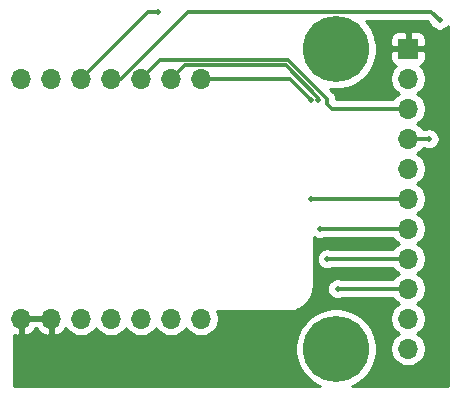
<source format=gbr>
G04 #@! TF.GenerationSoftware,KiCad,Pcbnew,(5.1.12)-1*
G04 #@! TF.CreationDate,2022-02-08T10:42:59-06:00*
G04 #@! TF.ProjectId,laser_mount_board,6c617365-725f-46d6-9f75-6e745f626f61,4.2*
G04 #@! TF.SameCoordinates,Original*
G04 #@! TF.FileFunction,Copper,L1,Top*
G04 #@! TF.FilePolarity,Positive*
%FSLAX46Y46*%
G04 Gerber Fmt 4.6, Leading zero omitted, Abs format (unit mm)*
G04 Created by KiCad (PCBNEW (5.1.12)-1) date 2022-02-08 10:42:59*
%MOMM*%
%LPD*%
G01*
G04 APERTURE LIST*
G04 #@! TA.AperFunction,ComponentPad*
%ADD10C,5.600000*%
G04 #@! TD*
G04 #@! TA.AperFunction,ComponentPad*
%ADD11O,1.700000X1.700000*%
G04 #@! TD*
G04 #@! TA.AperFunction,ComponentPad*
%ADD12R,1.700000X1.700000*%
G04 #@! TD*
G04 #@! TA.AperFunction,ViaPad*
%ADD13C,0.508000*%
G04 #@! TD*
G04 #@! TA.AperFunction,Conductor*
%ADD14C,0.304800*%
G04 #@! TD*
G04 #@! TA.AperFunction,Conductor*
%ADD15C,0.254000*%
G04 #@! TD*
G04 #@! TA.AperFunction,Conductor*
%ADD16C,0.100000*%
G04 #@! TD*
G04 APERTURE END LIST*
D10*
X145796000Y-88900000D03*
X145796000Y-114300000D03*
D11*
X151892000Y-114300000D03*
X151892000Y-111760000D03*
X151892000Y-109220000D03*
X151892000Y-106680000D03*
X151892000Y-104140000D03*
X151892000Y-101600000D03*
X151892000Y-99060000D03*
X151892000Y-96520000D03*
X151892000Y-93980000D03*
X151892000Y-91440000D03*
D12*
X151892000Y-88900000D03*
D11*
X134366000Y-91440000D03*
X131826000Y-91440000D03*
X129286000Y-91440000D03*
X126746000Y-91440000D03*
X124206000Y-91440000D03*
X121666000Y-91440000D03*
X119126000Y-91440000D03*
X119126000Y-111760000D03*
X121666000Y-111760000D03*
X124206000Y-111760000D03*
X126746000Y-111760000D03*
X129286000Y-111760000D03*
X131826000Y-111760000D03*
X134366000Y-111760000D03*
D13*
X145923000Y-109220000D03*
X145034000Y-106680000D03*
X144297403Y-93218000D03*
X144399000Y-104140000D03*
X143637000Y-93218000D03*
X143675100Y-101600000D03*
X130681695Y-85795199D03*
X154559000Y-86487000D03*
X153670000Y-96520000D03*
D14*
X145923000Y-109220000D02*
X151892000Y-109220000D01*
X145034000Y-106680000D02*
X151892000Y-106680000D01*
X144297403Y-93051377D02*
X144297403Y-93218000D01*
X141531225Y-90285199D02*
X144297403Y-93051377D01*
X131826000Y-91440000D02*
X132980801Y-90285199D01*
X132980801Y-90285199D02*
X141531225Y-90285199D01*
X144399000Y-104140000D02*
X151892000Y-104140000D01*
X134366000Y-91440000D02*
X141859000Y-91440000D01*
X141859000Y-91440000D02*
X143637000Y-93218000D01*
X143675100Y-101600000D02*
X151892000Y-101600000D01*
X129850801Y-85795199D02*
X130681695Y-85795199D01*
X124206000Y-91440000D02*
X129850801Y-85795199D01*
X127576894Y-91440000D02*
X133221695Y-85795199D01*
X133221695Y-85795199D02*
X151035841Y-85795199D01*
X126746000Y-91440000D02*
X127576894Y-91440000D01*
X151035841Y-85795199D02*
X153867199Y-85795199D01*
X153867199Y-85795199D02*
X154559000Y-86487000D01*
X153670000Y-96520000D02*
X151892000Y-96520000D01*
X145034000Y-93141382D02*
X145034000Y-93218000D01*
X141720608Y-89827990D02*
X145034000Y-93141382D01*
X129286000Y-91440000D02*
X130898010Y-89827990D01*
X130898010Y-89827990D02*
X141720608Y-89827990D01*
X150689919Y-93980000D02*
X151892000Y-93980000D01*
X145436790Y-93980000D02*
X150689919Y-93980000D01*
X145034000Y-93577210D02*
X145436790Y-93980000D01*
X145034000Y-93218000D02*
X145034000Y-93577210D01*
D15*
X153704016Y-86745567D02*
X153704164Y-86746312D01*
X153771179Y-86908099D01*
X153868469Y-87053704D01*
X153992296Y-87177531D01*
X154137901Y-87274821D01*
X154299688Y-87341836D01*
X154471441Y-87376000D01*
X154646559Y-87376000D01*
X154818312Y-87341836D01*
X154980099Y-87274821D01*
X155125704Y-87177531D01*
X155249531Y-87053704D01*
X155308300Y-86965750D01*
X155308301Y-117462300D01*
X147137618Y-117462300D01*
X147423082Y-117344057D01*
X147985685Y-116968138D01*
X148464138Y-116489685D01*
X148840057Y-115927082D01*
X149098994Y-115301952D01*
X149231000Y-114638318D01*
X149231000Y-113961682D01*
X149098994Y-113298048D01*
X148840057Y-112672918D01*
X148464138Y-112110315D01*
X147985685Y-111631862D01*
X147423082Y-111255943D01*
X146797952Y-110997006D01*
X146134318Y-110865000D01*
X145457682Y-110865000D01*
X144794048Y-110997006D01*
X144168918Y-111255943D01*
X143606315Y-111631862D01*
X143127862Y-112110315D01*
X142751943Y-112672918D01*
X142493006Y-113298048D01*
X142361000Y-113961682D01*
X142361000Y-114638318D01*
X142493006Y-115301952D01*
X142751943Y-115927082D01*
X143127862Y-116489685D01*
X143606315Y-116968138D01*
X144168918Y-117344057D01*
X144454382Y-117462300D01*
X118503702Y-117462300D01*
X118503702Y-113100526D01*
X118621901Y-113156825D01*
X118769110Y-113201476D01*
X118999000Y-113080155D01*
X118999000Y-111887000D01*
X119253000Y-111887000D01*
X119253000Y-113080155D01*
X119482890Y-113201476D01*
X119630099Y-113156825D01*
X119892920Y-113031641D01*
X120126269Y-112857588D01*
X120321178Y-112641355D01*
X120396000Y-112515745D01*
X120470822Y-112641355D01*
X120665731Y-112857588D01*
X120899080Y-113031641D01*
X121161901Y-113156825D01*
X121309110Y-113201476D01*
X121539000Y-113080155D01*
X121539000Y-111887000D01*
X119253000Y-111887000D01*
X118999000Y-111887000D01*
X118979000Y-111887000D01*
X118979000Y-111633000D01*
X118999000Y-111633000D01*
X118999000Y-111613000D01*
X119253000Y-111613000D01*
X119253000Y-111633000D01*
X121539000Y-111633000D01*
X121539000Y-111613000D01*
X121793000Y-111613000D01*
X121793000Y-111633000D01*
X121813000Y-111633000D01*
X121813000Y-111887000D01*
X121793000Y-111887000D01*
X121793000Y-113080155D01*
X122022890Y-113201476D01*
X122170099Y-113156825D01*
X122432920Y-113031641D01*
X122666269Y-112857588D01*
X122861178Y-112641355D01*
X122930805Y-112524466D01*
X123052525Y-112706632D01*
X123259368Y-112913475D01*
X123502589Y-113075990D01*
X123772842Y-113187932D01*
X124059740Y-113245000D01*
X124352260Y-113245000D01*
X124639158Y-113187932D01*
X124909411Y-113075990D01*
X125152632Y-112913475D01*
X125359475Y-112706632D01*
X125476000Y-112532240D01*
X125592525Y-112706632D01*
X125799368Y-112913475D01*
X126042589Y-113075990D01*
X126312842Y-113187932D01*
X126599740Y-113245000D01*
X126892260Y-113245000D01*
X127179158Y-113187932D01*
X127449411Y-113075990D01*
X127692632Y-112913475D01*
X127899475Y-112706632D01*
X128016000Y-112532240D01*
X128132525Y-112706632D01*
X128339368Y-112913475D01*
X128582589Y-113075990D01*
X128852842Y-113187932D01*
X129139740Y-113245000D01*
X129432260Y-113245000D01*
X129719158Y-113187932D01*
X129989411Y-113075990D01*
X130232632Y-112913475D01*
X130439475Y-112706632D01*
X130556000Y-112532240D01*
X130672525Y-112706632D01*
X130879368Y-112913475D01*
X131122589Y-113075990D01*
X131392842Y-113187932D01*
X131679740Y-113245000D01*
X131972260Y-113245000D01*
X132259158Y-113187932D01*
X132529411Y-113075990D01*
X132772632Y-112913475D01*
X132979475Y-112706632D01*
X133096000Y-112532240D01*
X133212525Y-112706632D01*
X133419368Y-112913475D01*
X133662589Y-113075990D01*
X133932842Y-113187932D01*
X134219740Y-113245000D01*
X134512260Y-113245000D01*
X134799158Y-113187932D01*
X135069411Y-113075990D01*
X135312632Y-112913475D01*
X135519475Y-112706632D01*
X135681990Y-112463411D01*
X135793932Y-112193158D01*
X135851000Y-111906260D01*
X135851000Y-111613740D01*
X135793932Y-111326842D01*
X135715587Y-111137700D01*
X141763810Y-111137700D01*
X141791920Y-111134931D01*
X141801342Y-111134997D01*
X141810343Y-111134115D01*
X142106146Y-111103025D01*
X142163667Y-111091218D01*
X142221318Y-111080220D01*
X142229970Y-111077608D01*
X142229974Y-111077607D01*
X142229977Y-111077606D01*
X142514107Y-110989652D01*
X142568251Y-110966892D01*
X142622652Y-110944913D01*
X142630629Y-110940671D01*
X142630639Y-110940667D01*
X142630647Y-110940662D01*
X142892272Y-110799202D01*
X142940979Y-110766349D01*
X142990061Y-110734231D01*
X142997059Y-110728523D01*
X142997071Y-110728515D01*
X142997080Y-110728506D01*
X143226245Y-110538926D01*
X143267630Y-110497252D01*
X143309555Y-110456196D01*
X143315314Y-110449234D01*
X143315318Y-110449230D01*
X143315321Y-110449226D01*
X143503305Y-110218734D01*
X143535791Y-110169839D01*
X143568958Y-110121400D01*
X143573259Y-110113445D01*
X143712895Y-109850827D01*
X143735293Y-109796486D01*
X143758390Y-109742597D01*
X143761065Y-109733958D01*
X143847033Y-109449220D01*
X143858438Y-109391623D01*
X143870641Y-109334210D01*
X143871586Y-109325217D01*
X143900610Y-109029204D01*
X143900610Y-109029171D01*
X143903699Y-108997809D01*
X143903700Y-104878241D01*
X143977901Y-104927821D01*
X144139688Y-104994836D01*
X144311441Y-105029000D01*
X144486559Y-105029000D01*
X144658312Y-104994836D01*
X144820099Y-104927821D01*
X144820729Y-104927400D01*
X150632130Y-104927400D01*
X150738525Y-105086632D01*
X150945368Y-105293475D01*
X151119760Y-105410000D01*
X150945368Y-105526525D01*
X150738525Y-105733368D01*
X150632130Y-105892600D01*
X145455729Y-105892600D01*
X145455099Y-105892179D01*
X145293312Y-105825164D01*
X145121559Y-105791000D01*
X144946441Y-105791000D01*
X144774688Y-105825164D01*
X144612901Y-105892179D01*
X144467296Y-105989469D01*
X144343469Y-106113296D01*
X144246179Y-106258901D01*
X144179164Y-106420688D01*
X144145000Y-106592441D01*
X144145000Y-106767559D01*
X144179164Y-106939312D01*
X144246179Y-107101099D01*
X144343469Y-107246704D01*
X144467296Y-107370531D01*
X144612901Y-107467821D01*
X144774688Y-107534836D01*
X144946441Y-107569000D01*
X145121559Y-107569000D01*
X145293312Y-107534836D01*
X145455099Y-107467821D01*
X145455729Y-107467400D01*
X150632130Y-107467400D01*
X150738525Y-107626632D01*
X150945368Y-107833475D01*
X151119760Y-107950000D01*
X150945368Y-108066525D01*
X150738525Y-108273368D01*
X150632130Y-108432600D01*
X146344729Y-108432600D01*
X146344099Y-108432179D01*
X146182312Y-108365164D01*
X146010559Y-108331000D01*
X145835441Y-108331000D01*
X145663688Y-108365164D01*
X145501901Y-108432179D01*
X145356296Y-108529469D01*
X145232469Y-108653296D01*
X145135179Y-108798901D01*
X145068164Y-108960688D01*
X145034000Y-109132441D01*
X145034000Y-109307559D01*
X145068164Y-109479312D01*
X145135179Y-109641099D01*
X145232469Y-109786704D01*
X145356296Y-109910531D01*
X145501901Y-110007821D01*
X145663688Y-110074836D01*
X145835441Y-110109000D01*
X146010559Y-110109000D01*
X146182312Y-110074836D01*
X146344099Y-110007821D01*
X146344729Y-110007400D01*
X150632130Y-110007400D01*
X150738525Y-110166632D01*
X150945368Y-110373475D01*
X151119760Y-110490000D01*
X150945368Y-110606525D01*
X150738525Y-110813368D01*
X150576010Y-111056589D01*
X150464068Y-111326842D01*
X150407000Y-111613740D01*
X150407000Y-111906260D01*
X150464068Y-112193158D01*
X150576010Y-112463411D01*
X150738525Y-112706632D01*
X150945368Y-112913475D01*
X151119760Y-113030000D01*
X150945368Y-113146525D01*
X150738525Y-113353368D01*
X150576010Y-113596589D01*
X150464068Y-113866842D01*
X150407000Y-114153740D01*
X150407000Y-114446260D01*
X150464068Y-114733158D01*
X150576010Y-115003411D01*
X150738525Y-115246632D01*
X150945368Y-115453475D01*
X151188589Y-115615990D01*
X151458842Y-115727932D01*
X151745740Y-115785000D01*
X152038260Y-115785000D01*
X152325158Y-115727932D01*
X152595411Y-115615990D01*
X152838632Y-115453475D01*
X153045475Y-115246632D01*
X153207990Y-115003411D01*
X153319932Y-114733158D01*
X153377000Y-114446260D01*
X153377000Y-114153740D01*
X153319932Y-113866842D01*
X153207990Y-113596589D01*
X153045475Y-113353368D01*
X152838632Y-113146525D01*
X152664240Y-113030000D01*
X152838632Y-112913475D01*
X153045475Y-112706632D01*
X153207990Y-112463411D01*
X153319932Y-112193158D01*
X153377000Y-111906260D01*
X153377000Y-111613740D01*
X153319932Y-111326842D01*
X153207990Y-111056589D01*
X153045475Y-110813368D01*
X152838632Y-110606525D01*
X152664240Y-110490000D01*
X152838632Y-110373475D01*
X153045475Y-110166632D01*
X153207990Y-109923411D01*
X153319932Y-109653158D01*
X153377000Y-109366260D01*
X153377000Y-109073740D01*
X153319932Y-108786842D01*
X153207990Y-108516589D01*
X153045475Y-108273368D01*
X152838632Y-108066525D01*
X152664240Y-107950000D01*
X152838632Y-107833475D01*
X153045475Y-107626632D01*
X153207990Y-107383411D01*
X153319932Y-107113158D01*
X153377000Y-106826260D01*
X153377000Y-106533740D01*
X153319932Y-106246842D01*
X153207990Y-105976589D01*
X153045475Y-105733368D01*
X152838632Y-105526525D01*
X152664240Y-105410000D01*
X152838632Y-105293475D01*
X153045475Y-105086632D01*
X153207990Y-104843411D01*
X153319932Y-104573158D01*
X153377000Y-104286260D01*
X153377000Y-103993740D01*
X153319932Y-103706842D01*
X153207990Y-103436589D01*
X153045475Y-103193368D01*
X152838632Y-102986525D01*
X152664240Y-102870000D01*
X152838632Y-102753475D01*
X153045475Y-102546632D01*
X153207990Y-102303411D01*
X153319932Y-102033158D01*
X153377000Y-101746260D01*
X153377000Y-101453740D01*
X153319932Y-101166842D01*
X153207990Y-100896589D01*
X153045475Y-100653368D01*
X152838632Y-100446525D01*
X152664240Y-100330000D01*
X152838632Y-100213475D01*
X153045475Y-100006632D01*
X153207990Y-99763411D01*
X153319932Y-99493158D01*
X153377000Y-99206260D01*
X153377000Y-98913740D01*
X153319932Y-98626842D01*
X153207990Y-98356589D01*
X153045475Y-98113368D01*
X152838632Y-97906525D01*
X152664240Y-97790000D01*
X152838632Y-97673475D01*
X153045475Y-97466632D01*
X153151870Y-97307400D01*
X153248271Y-97307400D01*
X153248901Y-97307821D01*
X153410688Y-97374836D01*
X153582441Y-97409000D01*
X153757559Y-97409000D01*
X153929312Y-97374836D01*
X154091099Y-97307821D01*
X154236704Y-97210531D01*
X154360531Y-97086704D01*
X154457821Y-96941099D01*
X154524836Y-96779312D01*
X154559000Y-96607559D01*
X154559000Y-96432441D01*
X154524836Y-96260688D01*
X154457821Y-96098901D01*
X154360531Y-95953296D01*
X154236704Y-95829469D01*
X154091099Y-95732179D01*
X153929312Y-95665164D01*
X153757559Y-95631000D01*
X153582441Y-95631000D01*
X153410688Y-95665164D01*
X153248901Y-95732179D01*
X153248271Y-95732600D01*
X153151870Y-95732600D01*
X153045475Y-95573368D01*
X152838632Y-95366525D01*
X152664240Y-95250000D01*
X152838632Y-95133475D01*
X153045475Y-94926632D01*
X153207990Y-94683411D01*
X153319932Y-94413158D01*
X153377000Y-94126260D01*
X153377000Y-93833740D01*
X153319932Y-93546842D01*
X153207990Y-93276589D01*
X153045475Y-93033368D01*
X152838632Y-92826525D01*
X152664240Y-92710000D01*
X152838632Y-92593475D01*
X153045475Y-92386632D01*
X153207990Y-92143411D01*
X153319932Y-91873158D01*
X153377000Y-91586260D01*
X153377000Y-91293740D01*
X153319932Y-91006842D01*
X153207990Y-90736589D01*
X153045475Y-90493368D01*
X152913620Y-90361513D01*
X152986180Y-90339502D01*
X153096494Y-90280537D01*
X153193185Y-90201185D01*
X153272537Y-90104494D01*
X153331502Y-89994180D01*
X153367812Y-89874482D01*
X153380072Y-89750000D01*
X153377000Y-89185750D01*
X153218250Y-89027000D01*
X152019000Y-89027000D01*
X152019000Y-89047000D01*
X151765000Y-89047000D01*
X151765000Y-89027000D01*
X150565750Y-89027000D01*
X150407000Y-89185750D01*
X150403928Y-89750000D01*
X150416188Y-89874482D01*
X150452498Y-89994180D01*
X150511463Y-90104494D01*
X150590815Y-90201185D01*
X150687506Y-90280537D01*
X150797820Y-90339502D01*
X150870380Y-90361513D01*
X150738525Y-90493368D01*
X150576010Y-90736589D01*
X150464068Y-91006842D01*
X150407000Y-91293740D01*
X150407000Y-91586260D01*
X150464068Y-91873158D01*
X150576010Y-92143411D01*
X150738525Y-92386632D01*
X150945368Y-92593475D01*
X151119760Y-92710000D01*
X150945368Y-92826525D01*
X150738525Y-93033368D01*
X150632130Y-93192600D01*
X145821400Y-93192600D01*
X145821400Y-93180045D01*
X145825208Y-93141382D01*
X145821400Y-93102719D01*
X145821400Y-93102709D01*
X145810006Y-92987025D01*
X145764982Y-92838599D01*
X145749645Y-92809906D01*
X145691866Y-92701809D01*
X145618121Y-92611952D01*
X145593469Y-92581913D01*
X145563429Y-92557260D01*
X145312238Y-92306069D01*
X145457682Y-92335000D01*
X146134318Y-92335000D01*
X146797952Y-92202994D01*
X147423082Y-91944057D01*
X147985685Y-91568138D01*
X148464138Y-91089685D01*
X148840057Y-90527082D01*
X149098994Y-89901952D01*
X149231000Y-89238318D01*
X149231000Y-88561682D01*
X149129220Y-88050000D01*
X150403928Y-88050000D01*
X150407000Y-88614250D01*
X150565750Y-88773000D01*
X151765000Y-88773000D01*
X151765000Y-87573750D01*
X152019000Y-87573750D01*
X152019000Y-88773000D01*
X153218250Y-88773000D01*
X153377000Y-88614250D01*
X153380072Y-88050000D01*
X153367812Y-87925518D01*
X153331502Y-87805820D01*
X153272537Y-87695506D01*
X153193185Y-87598815D01*
X153096494Y-87519463D01*
X152986180Y-87460498D01*
X152866482Y-87424188D01*
X152742000Y-87411928D01*
X152177750Y-87415000D01*
X152019000Y-87573750D01*
X151765000Y-87573750D01*
X151606250Y-87415000D01*
X151042000Y-87411928D01*
X150917518Y-87424188D01*
X150797820Y-87460498D01*
X150687506Y-87519463D01*
X150590815Y-87598815D01*
X150511463Y-87695506D01*
X150452498Y-87805820D01*
X150416188Y-87925518D01*
X150403928Y-88050000D01*
X149129220Y-88050000D01*
X149098994Y-87898048D01*
X148840057Y-87272918D01*
X148464138Y-86710315D01*
X148336422Y-86582599D01*
X153541048Y-86582599D01*
X153704016Y-86745567D01*
G04 #@! TA.AperFunction,Conductor*
D16*
G36*
X153704016Y-86745567D02*
G01*
X153704164Y-86746312D01*
X153771179Y-86908099D01*
X153868469Y-87053704D01*
X153992296Y-87177531D01*
X154137901Y-87274821D01*
X154299688Y-87341836D01*
X154471441Y-87376000D01*
X154646559Y-87376000D01*
X154818312Y-87341836D01*
X154980099Y-87274821D01*
X155125704Y-87177531D01*
X155249531Y-87053704D01*
X155308300Y-86965750D01*
X155308301Y-117462300D01*
X147137618Y-117462300D01*
X147423082Y-117344057D01*
X147985685Y-116968138D01*
X148464138Y-116489685D01*
X148840057Y-115927082D01*
X149098994Y-115301952D01*
X149231000Y-114638318D01*
X149231000Y-113961682D01*
X149098994Y-113298048D01*
X148840057Y-112672918D01*
X148464138Y-112110315D01*
X147985685Y-111631862D01*
X147423082Y-111255943D01*
X146797952Y-110997006D01*
X146134318Y-110865000D01*
X145457682Y-110865000D01*
X144794048Y-110997006D01*
X144168918Y-111255943D01*
X143606315Y-111631862D01*
X143127862Y-112110315D01*
X142751943Y-112672918D01*
X142493006Y-113298048D01*
X142361000Y-113961682D01*
X142361000Y-114638318D01*
X142493006Y-115301952D01*
X142751943Y-115927082D01*
X143127862Y-116489685D01*
X143606315Y-116968138D01*
X144168918Y-117344057D01*
X144454382Y-117462300D01*
X118503702Y-117462300D01*
X118503702Y-113100526D01*
X118621901Y-113156825D01*
X118769110Y-113201476D01*
X118999000Y-113080155D01*
X118999000Y-111887000D01*
X119253000Y-111887000D01*
X119253000Y-113080155D01*
X119482890Y-113201476D01*
X119630099Y-113156825D01*
X119892920Y-113031641D01*
X120126269Y-112857588D01*
X120321178Y-112641355D01*
X120396000Y-112515745D01*
X120470822Y-112641355D01*
X120665731Y-112857588D01*
X120899080Y-113031641D01*
X121161901Y-113156825D01*
X121309110Y-113201476D01*
X121539000Y-113080155D01*
X121539000Y-111887000D01*
X119253000Y-111887000D01*
X118999000Y-111887000D01*
X118979000Y-111887000D01*
X118979000Y-111633000D01*
X118999000Y-111633000D01*
X118999000Y-111613000D01*
X119253000Y-111613000D01*
X119253000Y-111633000D01*
X121539000Y-111633000D01*
X121539000Y-111613000D01*
X121793000Y-111613000D01*
X121793000Y-111633000D01*
X121813000Y-111633000D01*
X121813000Y-111887000D01*
X121793000Y-111887000D01*
X121793000Y-113080155D01*
X122022890Y-113201476D01*
X122170099Y-113156825D01*
X122432920Y-113031641D01*
X122666269Y-112857588D01*
X122861178Y-112641355D01*
X122930805Y-112524466D01*
X123052525Y-112706632D01*
X123259368Y-112913475D01*
X123502589Y-113075990D01*
X123772842Y-113187932D01*
X124059740Y-113245000D01*
X124352260Y-113245000D01*
X124639158Y-113187932D01*
X124909411Y-113075990D01*
X125152632Y-112913475D01*
X125359475Y-112706632D01*
X125476000Y-112532240D01*
X125592525Y-112706632D01*
X125799368Y-112913475D01*
X126042589Y-113075990D01*
X126312842Y-113187932D01*
X126599740Y-113245000D01*
X126892260Y-113245000D01*
X127179158Y-113187932D01*
X127449411Y-113075990D01*
X127692632Y-112913475D01*
X127899475Y-112706632D01*
X128016000Y-112532240D01*
X128132525Y-112706632D01*
X128339368Y-112913475D01*
X128582589Y-113075990D01*
X128852842Y-113187932D01*
X129139740Y-113245000D01*
X129432260Y-113245000D01*
X129719158Y-113187932D01*
X129989411Y-113075990D01*
X130232632Y-112913475D01*
X130439475Y-112706632D01*
X130556000Y-112532240D01*
X130672525Y-112706632D01*
X130879368Y-112913475D01*
X131122589Y-113075990D01*
X131392842Y-113187932D01*
X131679740Y-113245000D01*
X131972260Y-113245000D01*
X132259158Y-113187932D01*
X132529411Y-113075990D01*
X132772632Y-112913475D01*
X132979475Y-112706632D01*
X133096000Y-112532240D01*
X133212525Y-112706632D01*
X133419368Y-112913475D01*
X133662589Y-113075990D01*
X133932842Y-113187932D01*
X134219740Y-113245000D01*
X134512260Y-113245000D01*
X134799158Y-113187932D01*
X135069411Y-113075990D01*
X135312632Y-112913475D01*
X135519475Y-112706632D01*
X135681990Y-112463411D01*
X135793932Y-112193158D01*
X135851000Y-111906260D01*
X135851000Y-111613740D01*
X135793932Y-111326842D01*
X135715587Y-111137700D01*
X141763810Y-111137700D01*
X141791920Y-111134931D01*
X141801342Y-111134997D01*
X141810343Y-111134115D01*
X142106146Y-111103025D01*
X142163667Y-111091218D01*
X142221318Y-111080220D01*
X142229970Y-111077608D01*
X142229974Y-111077607D01*
X142229977Y-111077606D01*
X142514107Y-110989652D01*
X142568251Y-110966892D01*
X142622652Y-110944913D01*
X142630629Y-110940671D01*
X142630639Y-110940667D01*
X142630647Y-110940662D01*
X142892272Y-110799202D01*
X142940979Y-110766349D01*
X142990061Y-110734231D01*
X142997059Y-110728523D01*
X142997071Y-110728515D01*
X142997080Y-110728506D01*
X143226245Y-110538926D01*
X143267630Y-110497252D01*
X143309555Y-110456196D01*
X143315314Y-110449234D01*
X143315318Y-110449230D01*
X143315321Y-110449226D01*
X143503305Y-110218734D01*
X143535791Y-110169839D01*
X143568958Y-110121400D01*
X143573259Y-110113445D01*
X143712895Y-109850827D01*
X143735293Y-109796486D01*
X143758390Y-109742597D01*
X143761065Y-109733958D01*
X143847033Y-109449220D01*
X143858438Y-109391623D01*
X143870641Y-109334210D01*
X143871586Y-109325217D01*
X143900610Y-109029204D01*
X143900610Y-109029171D01*
X143903699Y-108997809D01*
X143903700Y-104878241D01*
X143977901Y-104927821D01*
X144139688Y-104994836D01*
X144311441Y-105029000D01*
X144486559Y-105029000D01*
X144658312Y-104994836D01*
X144820099Y-104927821D01*
X144820729Y-104927400D01*
X150632130Y-104927400D01*
X150738525Y-105086632D01*
X150945368Y-105293475D01*
X151119760Y-105410000D01*
X150945368Y-105526525D01*
X150738525Y-105733368D01*
X150632130Y-105892600D01*
X145455729Y-105892600D01*
X145455099Y-105892179D01*
X145293312Y-105825164D01*
X145121559Y-105791000D01*
X144946441Y-105791000D01*
X144774688Y-105825164D01*
X144612901Y-105892179D01*
X144467296Y-105989469D01*
X144343469Y-106113296D01*
X144246179Y-106258901D01*
X144179164Y-106420688D01*
X144145000Y-106592441D01*
X144145000Y-106767559D01*
X144179164Y-106939312D01*
X144246179Y-107101099D01*
X144343469Y-107246704D01*
X144467296Y-107370531D01*
X144612901Y-107467821D01*
X144774688Y-107534836D01*
X144946441Y-107569000D01*
X145121559Y-107569000D01*
X145293312Y-107534836D01*
X145455099Y-107467821D01*
X145455729Y-107467400D01*
X150632130Y-107467400D01*
X150738525Y-107626632D01*
X150945368Y-107833475D01*
X151119760Y-107950000D01*
X150945368Y-108066525D01*
X150738525Y-108273368D01*
X150632130Y-108432600D01*
X146344729Y-108432600D01*
X146344099Y-108432179D01*
X146182312Y-108365164D01*
X146010559Y-108331000D01*
X145835441Y-108331000D01*
X145663688Y-108365164D01*
X145501901Y-108432179D01*
X145356296Y-108529469D01*
X145232469Y-108653296D01*
X145135179Y-108798901D01*
X145068164Y-108960688D01*
X145034000Y-109132441D01*
X145034000Y-109307559D01*
X145068164Y-109479312D01*
X145135179Y-109641099D01*
X145232469Y-109786704D01*
X145356296Y-109910531D01*
X145501901Y-110007821D01*
X145663688Y-110074836D01*
X145835441Y-110109000D01*
X146010559Y-110109000D01*
X146182312Y-110074836D01*
X146344099Y-110007821D01*
X146344729Y-110007400D01*
X150632130Y-110007400D01*
X150738525Y-110166632D01*
X150945368Y-110373475D01*
X151119760Y-110490000D01*
X150945368Y-110606525D01*
X150738525Y-110813368D01*
X150576010Y-111056589D01*
X150464068Y-111326842D01*
X150407000Y-111613740D01*
X150407000Y-111906260D01*
X150464068Y-112193158D01*
X150576010Y-112463411D01*
X150738525Y-112706632D01*
X150945368Y-112913475D01*
X151119760Y-113030000D01*
X150945368Y-113146525D01*
X150738525Y-113353368D01*
X150576010Y-113596589D01*
X150464068Y-113866842D01*
X150407000Y-114153740D01*
X150407000Y-114446260D01*
X150464068Y-114733158D01*
X150576010Y-115003411D01*
X150738525Y-115246632D01*
X150945368Y-115453475D01*
X151188589Y-115615990D01*
X151458842Y-115727932D01*
X151745740Y-115785000D01*
X152038260Y-115785000D01*
X152325158Y-115727932D01*
X152595411Y-115615990D01*
X152838632Y-115453475D01*
X153045475Y-115246632D01*
X153207990Y-115003411D01*
X153319932Y-114733158D01*
X153377000Y-114446260D01*
X153377000Y-114153740D01*
X153319932Y-113866842D01*
X153207990Y-113596589D01*
X153045475Y-113353368D01*
X152838632Y-113146525D01*
X152664240Y-113030000D01*
X152838632Y-112913475D01*
X153045475Y-112706632D01*
X153207990Y-112463411D01*
X153319932Y-112193158D01*
X153377000Y-111906260D01*
X153377000Y-111613740D01*
X153319932Y-111326842D01*
X153207990Y-111056589D01*
X153045475Y-110813368D01*
X152838632Y-110606525D01*
X152664240Y-110490000D01*
X152838632Y-110373475D01*
X153045475Y-110166632D01*
X153207990Y-109923411D01*
X153319932Y-109653158D01*
X153377000Y-109366260D01*
X153377000Y-109073740D01*
X153319932Y-108786842D01*
X153207990Y-108516589D01*
X153045475Y-108273368D01*
X152838632Y-108066525D01*
X152664240Y-107950000D01*
X152838632Y-107833475D01*
X153045475Y-107626632D01*
X153207990Y-107383411D01*
X153319932Y-107113158D01*
X153377000Y-106826260D01*
X153377000Y-106533740D01*
X153319932Y-106246842D01*
X153207990Y-105976589D01*
X153045475Y-105733368D01*
X152838632Y-105526525D01*
X152664240Y-105410000D01*
X152838632Y-105293475D01*
X153045475Y-105086632D01*
X153207990Y-104843411D01*
X153319932Y-104573158D01*
X153377000Y-104286260D01*
X153377000Y-103993740D01*
X153319932Y-103706842D01*
X153207990Y-103436589D01*
X153045475Y-103193368D01*
X152838632Y-102986525D01*
X152664240Y-102870000D01*
X152838632Y-102753475D01*
X153045475Y-102546632D01*
X153207990Y-102303411D01*
X153319932Y-102033158D01*
X153377000Y-101746260D01*
X153377000Y-101453740D01*
X153319932Y-101166842D01*
X153207990Y-100896589D01*
X153045475Y-100653368D01*
X152838632Y-100446525D01*
X152664240Y-100330000D01*
X152838632Y-100213475D01*
X153045475Y-100006632D01*
X153207990Y-99763411D01*
X153319932Y-99493158D01*
X153377000Y-99206260D01*
X153377000Y-98913740D01*
X153319932Y-98626842D01*
X153207990Y-98356589D01*
X153045475Y-98113368D01*
X152838632Y-97906525D01*
X152664240Y-97790000D01*
X152838632Y-97673475D01*
X153045475Y-97466632D01*
X153151870Y-97307400D01*
X153248271Y-97307400D01*
X153248901Y-97307821D01*
X153410688Y-97374836D01*
X153582441Y-97409000D01*
X153757559Y-97409000D01*
X153929312Y-97374836D01*
X154091099Y-97307821D01*
X154236704Y-97210531D01*
X154360531Y-97086704D01*
X154457821Y-96941099D01*
X154524836Y-96779312D01*
X154559000Y-96607559D01*
X154559000Y-96432441D01*
X154524836Y-96260688D01*
X154457821Y-96098901D01*
X154360531Y-95953296D01*
X154236704Y-95829469D01*
X154091099Y-95732179D01*
X153929312Y-95665164D01*
X153757559Y-95631000D01*
X153582441Y-95631000D01*
X153410688Y-95665164D01*
X153248901Y-95732179D01*
X153248271Y-95732600D01*
X153151870Y-95732600D01*
X153045475Y-95573368D01*
X152838632Y-95366525D01*
X152664240Y-95250000D01*
X152838632Y-95133475D01*
X153045475Y-94926632D01*
X153207990Y-94683411D01*
X153319932Y-94413158D01*
X153377000Y-94126260D01*
X153377000Y-93833740D01*
X153319932Y-93546842D01*
X153207990Y-93276589D01*
X153045475Y-93033368D01*
X152838632Y-92826525D01*
X152664240Y-92710000D01*
X152838632Y-92593475D01*
X153045475Y-92386632D01*
X153207990Y-92143411D01*
X153319932Y-91873158D01*
X153377000Y-91586260D01*
X153377000Y-91293740D01*
X153319932Y-91006842D01*
X153207990Y-90736589D01*
X153045475Y-90493368D01*
X152913620Y-90361513D01*
X152986180Y-90339502D01*
X153096494Y-90280537D01*
X153193185Y-90201185D01*
X153272537Y-90104494D01*
X153331502Y-89994180D01*
X153367812Y-89874482D01*
X153380072Y-89750000D01*
X153377000Y-89185750D01*
X153218250Y-89027000D01*
X152019000Y-89027000D01*
X152019000Y-89047000D01*
X151765000Y-89047000D01*
X151765000Y-89027000D01*
X150565750Y-89027000D01*
X150407000Y-89185750D01*
X150403928Y-89750000D01*
X150416188Y-89874482D01*
X150452498Y-89994180D01*
X150511463Y-90104494D01*
X150590815Y-90201185D01*
X150687506Y-90280537D01*
X150797820Y-90339502D01*
X150870380Y-90361513D01*
X150738525Y-90493368D01*
X150576010Y-90736589D01*
X150464068Y-91006842D01*
X150407000Y-91293740D01*
X150407000Y-91586260D01*
X150464068Y-91873158D01*
X150576010Y-92143411D01*
X150738525Y-92386632D01*
X150945368Y-92593475D01*
X151119760Y-92710000D01*
X150945368Y-92826525D01*
X150738525Y-93033368D01*
X150632130Y-93192600D01*
X145821400Y-93192600D01*
X145821400Y-93180045D01*
X145825208Y-93141382D01*
X145821400Y-93102719D01*
X145821400Y-93102709D01*
X145810006Y-92987025D01*
X145764982Y-92838599D01*
X145749645Y-92809906D01*
X145691866Y-92701809D01*
X145618121Y-92611952D01*
X145593469Y-92581913D01*
X145563429Y-92557260D01*
X145312238Y-92306069D01*
X145457682Y-92335000D01*
X146134318Y-92335000D01*
X146797952Y-92202994D01*
X147423082Y-91944057D01*
X147985685Y-91568138D01*
X148464138Y-91089685D01*
X148840057Y-90527082D01*
X149098994Y-89901952D01*
X149231000Y-89238318D01*
X149231000Y-88561682D01*
X149129220Y-88050000D01*
X150403928Y-88050000D01*
X150407000Y-88614250D01*
X150565750Y-88773000D01*
X151765000Y-88773000D01*
X151765000Y-87573750D01*
X152019000Y-87573750D01*
X152019000Y-88773000D01*
X153218250Y-88773000D01*
X153377000Y-88614250D01*
X153380072Y-88050000D01*
X153367812Y-87925518D01*
X153331502Y-87805820D01*
X153272537Y-87695506D01*
X153193185Y-87598815D01*
X153096494Y-87519463D01*
X152986180Y-87460498D01*
X152866482Y-87424188D01*
X152742000Y-87411928D01*
X152177750Y-87415000D01*
X152019000Y-87573750D01*
X151765000Y-87573750D01*
X151606250Y-87415000D01*
X151042000Y-87411928D01*
X150917518Y-87424188D01*
X150797820Y-87460498D01*
X150687506Y-87519463D01*
X150590815Y-87598815D01*
X150511463Y-87695506D01*
X150452498Y-87805820D01*
X150416188Y-87925518D01*
X150403928Y-88050000D01*
X149129220Y-88050000D01*
X149098994Y-87898048D01*
X148840057Y-87272918D01*
X148464138Y-86710315D01*
X148336422Y-86582599D01*
X153541048Y-86582599D01*
X153704016Y-86745567D01*
G37*
G04 #@! TD.AperFunction*
M02*

</source>
